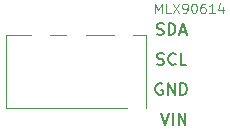
<source format=gbr>
G04 #@! TF.GenerationSoftware,KiCad,Pcbnew,(5.1.5)-3*
G04 #@! TF.CreationDate,2020-12-21T13:20:02+01:00*
G04 #@! TF.ProjectId,epimetheus_mlx90614,6570696d-6574-4686-9575-735f6d6c7839,rev?*
G04 #@! TF.SameCoordinates,Original*
G04 #@! TF.FileFunction,Legend,Top*
G04 #@! TF.FilePolarity,Positive*
%FSLAX46Y46*%
G04 Gerber Fmt 4.6, Leading zero omitted, Abs format (unit mm)*
G04 Created by KiCad (PCBNEW (5.1.5)-3) date 2020-12-21 13:20:02*
%MOMM*%
%LPD*%
G04 APERTURE LIST*
%ADD10C,0.100000*%
%ADD11C,0.120000*%
%ADD12C,0.150000*%
G04 APERTURE END LIST*
D10*
X174669809Y-26015904D02*
X174669809Y-25215904D01*
X174936476Y-25787333D01*
X175203142Y-25215904D01*
X175203142Y-26015904D01*
X175965047Y-26015904D02*
X175584095Y-26015904D01*
X175584095Y-25215904D01*
X176155523Y-25215904D02*
X176688857Y-26015904D01*
X176688857Y-25215904D02*
X176155523Y-26015904D01*
X177031714Y-26015904D02*
X177184095Y-26015904D01*
X177260285Y-25977809D01*
X177298380Y-25939714D01*
X177374571Y-25825428D01*
X177412666Y-25673047D01*
X177412666Y-25368285D01*
X177374571Y-25292095D01*
X177336476Y-25254000D01*
X177260285Y-25215904D01*
X177107904Y-25215904D01*
X177031714Y-25254000D01*
X176993619Y-25292095D01*
X176955523Y-25368285D01*
X176955523Y-25558761D01*
X176993619Y-25634952D01*
X177031714Y-25673047D01*
X177107904Y-25711142D01*
X177260285Y-25711142D01*
X177336476Y-25673047D01*
X177374571Y-25634952D01*
X177412666Y-25558761D01*
X177907904Y-25215904D02*
X177984095Y-25215904D01*
X178060285Y-25254000D01*
X178098380Y-25292095D01*
X178136476Y-25368285D01*
X178174571Y-25520666D01*
X178174571Y-25711142D01*
X178136476Y-25863523D01*
X178098380Y-25939714D01*
X178060285Y-25977809D01*
X177984095Y-26015904D01*
X177907904Y-26015904D01*
X177831714Y-25977809D01*
X177793619Y-25939714D01*
X177755523Y-25863523D01*
X177717428Y-25711142D01*
X177717428Y-25520666D01*
X177755523Y-25368285D01*
X177793619Y-25292095D01*
X177831714Y-25254000D01*
X177907904Y-25215904D01*
X178860285Y-25215904D02*
X178707904Y-25215904D01*
X178631714Y-25254000D01*
X178593619Y-25292095D01*
X178517428Y-25406380D01*
X178479333Y-25558761D01*
X178479333Y-25863523D01*
X178517428Y-25939714D01*
X178555523Y-25977809D01*
X178631714Y-26015904D01*
X178784095Y-26015904D01*
X178860285Y-25977809D01*
X178898380Y-25939714D01*
X178936476Y-25863523D01*
X178936476Y-25673047D01*
X178898380Y-25596857D01*
X178860285Y-25558761D01*
X178784095Y-25520666D01*
X178631714Y-25520666D01*
X178555523Y-25558761D01*
X178517428Y-25596857D01*
X178479333Y-25673047D01*
X179698380Y-26015904D02*
X179241238Y-26015904D01*
X179469809Y-26015904D02*
X179469809Y-25215904D01*
X179393619Y-25330190D01*
X179317428Y-25406380D01*
X179241238Y-25444476D01*
X180384095Y-25482571D02*
X180384095Y-26015904D01*
X180193619Y-25177809D02*
X180003142Y-25749238D01*
X180498380Y-25749238D01*
D11*
X162052000Y-27888000D02*
X162052000Y-34088000D01*
X173873000Y-34088000D02*
X173873000Y-27888000D01*
X162052000Y-27888000D02*
X164148000Y-27888000D01*
X165798000Y-27888000D02*
X167148000Y-27888000D01*
X168798000Y-27888000D02*
X171198000Y-27888000D01*
X172748000Y-27888000D02*
X173873000Y-27888000D01*
X172298000Y-34088000D02*
X162052000Y-34088000D01*
D12*
X174807714Y-27836761D02*
X174950571Y-27884380D01*
X175188666Y-27884380D01*
X175283904Y-27836761D01*
X175331523Y-27789142D01*
X175379142Y-27693904D01*
X175379142Y-27598666D01*
X175331523Y-27503428D01*
X175283904Y-27455809D01*
X175188666Y-27408190D01*
X174998190Y-27360571D01*
X174902952Y-27312952D01*
X174855333Y-27265333D01*
X174807714Y-27170095D01*
X174807714Y-27074857D01*
X174855333Y-26979619D01*
X174902952Y-26932000D01*
X174998190Y-26884380D01*
X175236285Y-26884380D01*
X175379142Y-26932000D01*
X175807714Y-27884380D02*
X175807714Y-26884380D01*
X176045809Y-26884380D01*
X176188666Y-26932000D01*
X176283904Y-27027238D01*
X176331523Y-27122476D01*
X176379142Y-27312952D01*
X176379142Y-27455809D01*
X176331523Y-27646285D01*
X176283904Y-27741523D01*
X176188666Y-27836761D01*
X176045809Y-27884380D01*
X175807714Y-27884380D01*
X176760095Y-27598666D02*
X177236285Y-27598666D01*
X176664857Y-27884380D02*
X176998190Y-26884380D01*
X177331523Y-27884380D01*
X174831523Y-30376761D02*
X174974380Y-30424380D01*
X175212476Y-30424380D01*
X175307714Y-30376761D01*
X175355333Y-30329142D01*
X175402952Y-30233904D01*
X175402952Y-30138666D01*
X175355333Y-30043428D01*
X175307714Y-29995809D01*
X175212476Y-29948190D01*
X175022000Y-29900571D01*
X174926761Y-29852952D01*
X174879142Y-29805333D01*
X174831523Y-29710095D01*
X174831523Y-29614857D01*
X174879142Y-29519619D01*
X174926761Y-29472000D01*
X175022000Y-29424380D01*
X175260095Y-29424380D01*
X175402952Y-29472000D01*
X176402952Y-30329142D02*
X176355333Y-30376761D01*
X176212476Y-30424380D01*
X176117238Y-30424380D01*
X175974380Y-30376761D01*
X175879142Y-30281523D01*
X175831523Y-30186285D01*
X175783904Y-29995809D01*
X175783904Y-29852952D01*
X175831523Y-29662476D01*
X175879142Y-29567238D01*
X175974380Y-29472000D01*
X176117238Y-29424380D01*
X176212476Y-29424380D01*
X176355333Y-29472000D01*
X176402952Y-29519619D01*
X177307714Y-30424380D02*
X176831523Y-30424380D01*
X176831523Y-29424380D01*
X175260095Y-32012000D02*
X175164857Y-31964380D01*
X175022000Y-31964380D01*
X174879142Y-32012000D01*
X174783904Y-32107238D01*
X174736285Y-32202476D01*
X174688666Y-32392952D01*
X174688666Y-32535809D01*
X174736285Y-32726285D01*
X174783904Y-32821523D01*
X174879142Y-32916761D01*
X175022000Y-32964380D01*
X175117238Y-32964380D01*
X175260095Y-32916761D01*
X175307714Y-32869142D01*
X175307714Y-32535809D01*
X175117238Y-32535809D01*
X175736285Y-32964380D02*
X175736285Y-31964380D01*
X176307714Y-32964380D01*
X176307714Y-31964380D01*
X176783904Y-32964380D02*
X176783904Y-31964380D01*
X177022000Y-31964380D01*
X177164857Y-32012000D01*
X177260095Y-32107238D01*
X177307714Y-32202476D01*
X177355333Y-32392952D01*
X177355333Y-32535809D01*
X177307714Y-32726285D01*
X177260095Y-32821523D01*
X177164857Y-32916761D01*
X177022000Y-32964380D01*
X176783904Y-32964380D01*
X175180761Y-34504380D02*
X175514095Y-35504380D01*
X175847428Y-34504380D01*
X176180761Y-35504380D02*
X176180761Y-34504380D01*
X176656952Y-35504380D02*
X176656952Y-34504380D01*
X177228380Y-35504380D01*
X177228380Y-34504380D01*
M02*

</source>
